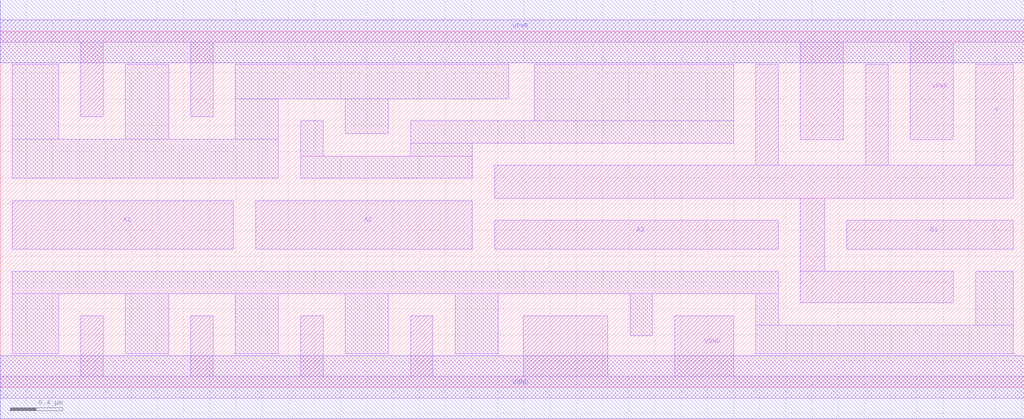
<source format=lef>
# Copyright 2020 The SkyWater PDK Authors
#
# Licensed under the Apache License, Version 2.0 (the "License");
# you may not use this file except in compliance with the License.
# You may obtain a copy of the License at
#
#     https://www.apache.org/licenses/LICENSE-2.0
#
# Unless required by applicable law or agreed to in writing, software
# distributed under the License is distributed on an "AS IS" BASIS,
# WITHOUT WARRANTIES OR CONDITIONS OF ANY KIND, either express or implied.
# See the License for the specific language governing permissions and
# limitations under the License.
#
# SPDX-License-Identifier: Apache-2.0

VERSION 5.5 ;
NAMESCASESENSITIVE ON ;
BUSBITCHARS "[]" ;
DIVIDERCHAR "/" ;
MACRO sky130_fd_sc_hd__o31ai_4
  CLASS CORE ;
  SOURCE USER ;
  ORIGIN  0.000000  0.000000 ;
  SIZE  7.820000 BY  2.720000 ;
  SYMMETRY X Y R90 ;
  SITE unithd ;
  PIN A1
    ANTENNAGATEAREA  0.990000 ;
    DIRECTION INPUT ;
    USE SIGNAL ;
    PORT
      LAYER li1 ;
        RECT 0.090000 1.055000 1.780000 1.425000 ;
    END
  END A1
  PIN A2
    ANTENNAGATEAREA  0.990000 ;
    DIRECTION INPUT ;
    USE SIGNAL ;
    PORT
      LAYER li1 ;
        RECT 1.950000 1.055000 3.605000 1.425000 ;
    END
  END A2
  PIN A3
    ANTENNAGATEAREA  0.990000 ;
    DIRECTION INPUT ;
    USE SIGNAL ;
    PORT
      LAYER li1 ;
        RECT 3.775000 1.055000 5.940000 1.275000 ;
    END
  END A3
  PIN B1
    ANTENNAGATEAREA  0.990000 ;
    DIRECTION INPUT ;
    USE SIGNAL ;
    PORT
      LAYER li1 ;
        RECT 6.465000 1.055000 7.735000 1.275000 ;
    END
  END B1
  PIN Y
    ANTENNADIFFAREA  1.683800 ;
    DIRECTION OUTPUT ;
    USE SIGNAL ;
    PORT
      LAYER li1 ;
        RECT 3.775000 1.445000 7.735000 1.695000 ;
        RECT 5.770000 1.695000 5.940000 2.465000 ;
        RECT 6.110000 0.645000 7.280000 0.885000 ;
        RECT 6.110000 0.885000 6.295000 1.445000 ;
        RECT 6.610000 1.695000 6.780000 2.465000 ;
        RECT 7.450000 1.695000 7.735000 2.465000 ;
    END
  END Y
  PIN VGND
    DIRECTION INOUT ;
    SHAPE ABUTMENT ;
    USE GROUND ;
    PORT
      LAYER li1 ;
        RECT 0.000000 -0.085000 7.820000 0.085000 ;
        RECT 0.615000  0.085000 0.785000 0.545000 ;
        RECT 1.455000  0.085000 1.625000 0.545000 ;
        RECT 2.295000  0.085000 2.465000 0.545000 ;
        RECT 3.135000  0.085000 3.305000 0.545000 ;
        RECT 3.995000  0.085000 4.640000 0.545000 ;
        RECT 5.150000  0.085000 5.600000 0.545000 ;
    END
    PORT
      LAYER met1 ;
        RECT 0.000000 -0.240000 7.820000 0.240000 ;
    END
  END VGND
  PIN VNB
    DIRECTION INOUT ;
    USE GROUND ;
    PORT
    END
  END VNB
  PIN VPB
    DIRECTION INOUT ;
    USE POWER ;
    PORT
    END
  END VPB
  PIN VPWR
    DIRECTION INOUT ;
    SHAPE ABUTMENT ;
    USE POWER ;
    PORT
      LAYER li1 ;
        RECT 0.000000 2.635000 7.820000 2.805000 ;
        RECT 0.615000 2.065000 0.785000 2.635000 ;
        RECT 1.455000 2.065000 1.625000 2.635000 ;
        RECT 6.110000 1.890000 6.440000 2.635000 ;
        RECT 6.950000 1.890000 7.280000 2.635000 ;
    END
    PORT
      LAYER met1 ;
        RECT 0.000000 2.480000 7.820000 2.960000 ;
    END
  END VPWR
  OBS
    LAYER li1 ;
      RECT 0.090000 0.255000 0.445000 0.715000 ;
      RECT 0.090000 0.715000 5.940000 0.885000 ;
      RECT 0.090000 1.595000 2.125000 1.895000 ;
      RECT 0.090000 1.895000 0.445000 2.465000 ;
      RECT 0.955000 0.255000 1.285000 0.715000 ;
      RECT 0.955000 1.895000 1.285000 2.465000 ;
      RECT 1.795000 0.255000 2.125000 0.715000 ;
      RECT 1.795000 1.895000 2.125000 2.205000 ;
      RECT 1.795000 2.205000 3.885000 2.465000 ;
      RECT 2.295000 1.595000 3.605000 1.765000 ;
      RECT 2.295000 1.765000 2.465000 2.035000 ;
      RECT 2.635000 0.255000 2.965000 0.715000 ;
      RECT 2.635000 1.935000 2.965000 2.205000 ;
      RECT 3.135000 1.765000 3.605000 1.865000 ;
      RECT 3.135000 1.865000 5.600000 2.035000 ;
      RECT 3.475000 0.255000 3.805000 0.715000 ;
      RECT 4.080000 2.035000 5.600000 2.465000 ;
      RECT 4.810000 0.395000 4.980000 0.715000 ;
      RECT 5.770000 0.255000 7.735000 0.475000 ;
      RECT 5.770000 0.475000 5.940000 0.715000 ;
      RECT 7.450000 0.475000 7.735000 0.885000 ;
  END
END sky130_fd_sc_hd__o31ai_4
END LIBRARY

</source>
